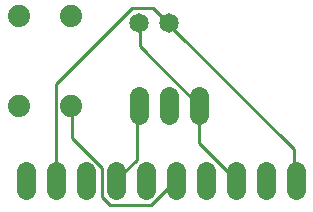
<source format=gbl>
G75*
%MOIN*%
%OFA0B0*%
%FSLAX25Y25*%
%IPPOS*%
%LPD*%
%AMOC8*
5,1,8,0,0,1.08239X$1,22.5*
%
%ADD10C,0.07400*%
%ADD11C,0.06500*%
%ADD12C,0.06400*%
%ADD13C,0.01000*%
D10*
X0011000Y0036000D03*
X0028500Y0036000D03*
X0028500Y0066000D03*
X0011000Y0066000D03*
D11*
X0051000Y0063500D03*
X0061000Y0063500D03*
D12*
X0013500Y0014200D02*
X0013500Y0007800D01*
X0023500Y0007800D02*
X0023500Y0014200D01*
X0033500Y0014200D02*
X0033500Y0007800D01*
X0043500Y0007800D02*
X0043500Y0014200D01*
X0053500Y0014200D02*
X0053500Y0007800D01*
X0063500Y0007800D02*
X0063500Y0014200D01*
X0073500Y0014200D02*
X0073500Y0007800D01*
X0083500Y0007800D02*
X0083500Y0014200D01*
X0093500Y0014200D02*
X0093500Y0007800D01*
X0103500Y0007800D02*
X0103500Y0014200D01*
X0071000Y0032800D02*
X0071000Y0039200D01*
X0061000Y0039200D02*
X0061000Y0032800D01*
X0051000Y0032800D02*
X0051000Y0039200D01*
D13*
X0051000Y0036000D02*
X0050500Y0035200D01*
X0050500Y0018100D01*
X0044200Y0011800D01*
X0043500Y0011000D01*
X0038800Y0015400D02*
X0038800Y0005500D01*
X0041500Y0002800D01*
X0055000Y0002800D01*
X0063100Y0010900D01*
X0063500Y0011000D01*
X0071200Y0023500D02*
X0082900Y0011800D01*
X0083500Y0011000D01*
X0071200Y0023500D02*
X0071200Y0035200D01*
X0071000Y0036000D01*
X0071200Y0036100D01*
X0051400Y0055900D01*
X0051400Y0063100D01*
X0051000Y0063500D01*
X0048700Y0068500D02*
X0055900Y0068500D01*
X0060400Y0064000D01*
X0061000Y0063500D01*
X0061300Y0063100D01*
X0102700Y0021700D01*
X0102700Y0011800D01*
X0103500Y0011000D01*
X0038800Y0015400D02*
X0028900Y0025300D01*
X0028900Y0035200D01*
X0028500Y0036000D01*
X0023500Y0043300D02*
X0048700Y0068500D01*
X0023500Y0043300D02*
X0023500Y0011000D01*
M02*

</source>
